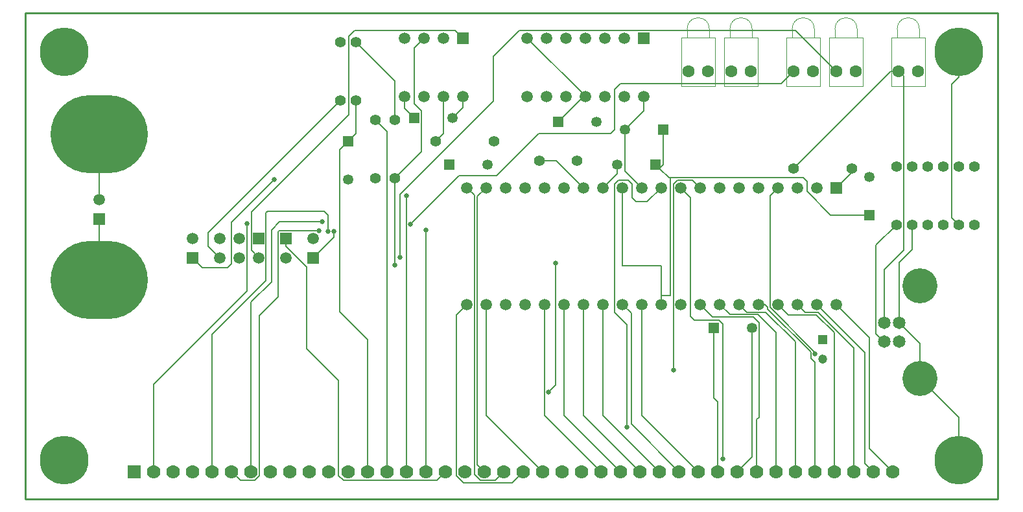
<source format=gbl>
%FSLAX23Y23*%
%MOIN*%
G70*
G01*
G75*
G04 Layer_Physical_Order=2*
%ADD10C,0.006*%
%ADD11C,0.010*%
%ADD12C,0.001*%
%ADD13C,0.001*%
%ADD14C,0.250*%
%ADD15C,0.055*%
%ADD16R,0.053X0.053*%
%ADD17C,0.053*%
%ADD18C,0.059*%
%ADD19R,0.059X0.059*%
%ADD20C,0.070*%
%ADD21C,0.059*%
%ADD22R,0.059X0.059*%
%ADD23C,0.065*%
%ADD24C,0.180*%
%ADD25C,0.047*%
%ADD26R,0.047X0.047*%
%ADD27O,0.500X0.400*%
%ADD28R,0.070X0.070*%
%ADD29C,0.063*%
%ADD30C,0.025*%
D10*
X4340Y260D02*
X4460Y140D01*
X4170Y1000D02*
X4340Y830D01*
X4318Y182D02*
X4360Y140D01*
X4070Y1000D02*
X4318Y752D01*
X4260Y140D02*
Y775D01*
X3970Y1000D02*
X4010Y960D01*
X4160Y140D02*
Y854D01*
X3870Y1000D02*
X3923Y947D01*
X4060Y140D02*
Y703D01*
X3770Y1000D02*
X3803D01*
X3960Y140D02*
Y808D01*
X3670Y1000D02*
X3710Y960D01*
X3860Y140D02*
Y856D01*
X3570Y1000D02*
X3622Y948D01*
X3760Y140D02*
Y408D01*
X3470Y1000D02*
X3534Y936D01*
X3170Y430D02*
Y1000D01*
Y430D02*
X3460Y140D01*
X3116Y384D02*
X3360Y140D01*
X3070Y1000D02*
X3116Y954D01*
X2970Y430D02*
X3260Y140D01*
X2970Y430D02*
Y1000D01*
X2870Y430D02*
Y1000D01*
Y430D02*
X3160Y140D01*
X2770Y430D02*
X3060Y140D01*
X2770Y430D02*
Y1000D01*
X2670Y430D02*
Y1000D01*
Y430D02*
X2960Y140D01*
X2370Y430D02*
Y1000D01*
Y430D02*
X2660Y140D01*
X2502Y82D02*
X2560Y140D01*
X2217Y947D02*
X2270Y1000D01*
X2415Y95D02*
X2460Y140D01*
X2270Y1600D02*
X2309Y1561D01*
X2324Y1554D02*
X2370Y1600D01*
X2324Y176D02*
X2360Y140D01*
X2115Y95D02*
X2160Y140D01*
X1340Y1300D02*
Y1340D01*
X2060Y140D02*
Y1383D01*
X1587Y1347D02*
Y1376D01*
X1480Y1240D02*
X1587Y1347D01*
X1960Y140D02*
Y1560D01*
X4800Y2169D02*
Y2300D01*
X4764Y1446D02*
X4800Y1410D01*
X3316Y1651D02*
X4000D01*
X3309D02*
X3316D01*
X3280Y1720D02*
Y1900D01*
X3260Y1700D02*
X3280Y1720D01*
X3240D02*
X3260Y1700D01*
X3309Y1651D01*
X4560Y1283D02*
Y1410D01*
X4141Y1460D02*
X4340D01*
X4493Y906D02*
Y1216D01*
X4600Y620D02*
Y800D01*
X4493Y906D02*
X4600Y800D01*
Y620D02*
X4800Y420D01*
Y200D02*
Y420D01*
X3316Y1046D02*
Y1651D01*
X3270Y1046D02*
X3316D01*
X3270D02*
Y1200D01*
Y1000D02*
Y1046D01*
X3540Y520D02*
Y880D01*
X3560Y140D02*
Y500D01*
X2580Y2370D02*
X2875Y2075D01*
X2880Y2070D01*
X1950Y2010D02*
X2000Y1960D01*
X1700Y2350D02*
X1900Y2150D01*
X1950Y2010D02*
Y2070D01*
X1900Y1950D02*
Y2150D01*
X2740Y1940D02*
X2875Y2075D01*
X3070Y1200D02*
Y1600D01*
X4490Y2200D02*
X4516Y2174D01*
X4450Y2200D02*
X4490D01*
X3950Y1700D02*
X4450Y2200D01*
X4415Y906D02*
Y1178D01*
X3737Y217D02*
Y880D01*
X3660Y140D02*
X3737Y217D01*
X3180Y1997D02*
Y2070D01*
X3083Y1900D02*
X3180Y1997D01*
X2250Y2013D02*
Y2070D01*
X2197Y1960D02*
X2250Y2013D01*
X3083Y1687D02*
Y1900D01*
Y1687D02*
X3170Y1600D01*
X3198Y1528D02*
X3270Y1600D01*
X3094Y370D02*
Y897D01*
X3370Y1600D02*
X3420Y1550D01*
X3585Y206D02*
Y900D01*
X3430Y1640D02*
X3470Y1600D01*
X3332Y662D02*
Y1620D01*
X1307Y1424D02*
X1525D01*
X1160Y140D02*
Y1011D01*
X1305Y1380D02*
X1509D01*
X1060Y140D02*
X1105Y95D01*
X1556Y1375D02*
Y1460D01*
X960Y140D02*
Y844D01*
X3829Y1559D02*
X3870Y1600D01*
X4061Y744D02*
Y753D01*
X2725Y584D02*
Y1211D01*
X2691Y550D02*
X2725Y584D01*
X1140Y1069D02*
Y1416D01*
X660Y140D02*
Y589D01*
X4250Y1680D02*
Y1700D01*
X4170Y1600D02*
X4250Y1680D01*
X2150Y1880D02*
Y2070D01*
X2110Y1840D02*
X2150Y1880D01*
X1800Y1950D02*
X1860Y1890D01*
Y140D02*
Y1890D01*
X380Y1125D02*
Y1440D01*
X940Y1370D02*
X1620Y2050D01*
X940Y1300D02*
X1000Y1240D01*
X2000Y2320D02*
X2050Y2370D01*
X1900Y1650D02*
X2035Y1785D01*
X1900Y1202D02*
Y1650D01*
X2210Y2410D02*
X2250Y2370D01*
X1162Y1278D02*
X1200Y1240D01*
X4374Y848D02*
X4415Y808D01*
X4374Y1304D02*
X4480Y1410D01*
X3885Y2135D02*
X3950Y2200D01*
X1981Y1413D02*
X2230Y1662D01*
X3961Y2409D02*
X4170Y2200D01*
X1928Y1241D02*
Y1567D01*
X1060Y1422D02*
X1281Y1643D01*
X860Y1240D02*
X910Y1190D01*
X1760Y140D02*
Y819D01*
X1700Y1880D02*
Y2050D01*
X1660Y1840D02*
X1700Y1880D01*
X1616Y1796D02*
X1660Y1840D01*
X380Y1540D02*
Y1875D01*
X2644Y1740D02*
X2730D01*
X2870Y1600D01*
X3043Y1673D02*
Y1720D01*
X2970Y1600D02*
X3043Y1673D01*
X4340Y260D02*
Y830D01*
X4075Y960D02*
X4260Y775D01*
X4010Y960D02*
X4075D01*
X2324Y176D02*
Y1554D01*
X4493Y1216D02*
X4560Y1283D01*
X4020Y1581D02*
X4141Y1460D01*
X4020Y1581D02*
Y1631D01*
X4000Y1651D02*
X4020Y1631D01*
X3070Y1200D02*
X3270D01*
X4415Y1178D02*
X4516Y1279D01*
Y2174D01*
X3565Y920D02*
X3585Y900D01*
X3440Y920D02*
X3565D01*
X3420Y940D02*
X3440Y920D01*
X3420Y940D02*
Y1550D01*
X3332Y1620D02*
X3352Y1640D01*
X3430D01*
X1105Y95D02*
X1180D01*
X1203Y118D01*
Y941D01*
X1300Y1038D01*
Y1375D01*
X1305Y1380D01*
X960Y844D02*
X1238Y1122D01*
Y1471D01*
X1247Y1480D01*
X1536D01*
X1556Y1460D01*
X3829Y985D02*
X4061Y753D01*
X3829Y985D02*
Y1559D01*
X4374Y848D02*
Y1304D01*
X3060Y2135D02*
X3885D01*
X3030Y2105D02*
X3060Y2135D01*
X3030Y1900D02*
Y2105D01*
X3010Y1880D02*
X3030Y1900D01*
X2641Y1880D02*
X3010D01*
X2423Y1662D02*
X2641Y1880D01*
X2230Y1662D02*
X2423D01*
X1928Y1567D02*
X2407Y2046D01*
Y2276D01*
X2540Y2409D01*
X3961D01*
X1060Y1210D02*
Y1422D01*
X1040Y1190D02*
X1060Y1210D01*
X910Y1190D02*
X1040D01*
X1616Y963D02*
X1760Y819D01*
X1616Y963D02*
Y1796D01*
X1162Y1278D02*
Y1474D01*
X1664Y1976D01*
Y2380D01*
X1694Y2410D01*
X2210D01*
X1266Y1383D02*
X1307Y1424D01*
X1266Y1117D02*
Y1383D01*
X1160Y1011D02*
X1266Y1117D01*
X2309Y126D02*
Y1561D01*
Y126D02*
X2340Y95D01*
X2415D01*
X940Y1300D02*
Y1370D01*
X660Y589D02*
X1140Y1069D01*
X3808Y960D02*
X3960Y808D01*
X3710Y960D02*
X3808D01*
X4067Y947D02*
X4160Y854D01*
X3923Y947D02*
X4067D01*
X4040Y723D02*
X4060Y703D01*
X4040Y723D02*
Y755D01*
X3818Y977D02*
X4040Y755D01*
X3818Y977D02*
Y985D01*
X3803Y1000D02*
X3818Y985D01*
X3116Y384D02*
Y954D01*
X3140Y1528D02*
X3198D01*
X3120Y1548D02*
X3140Y1528D01*
X3120Y1548D02*
Y1620D01*
X3100Y1640D02*
X3120Y1620D01*
X3051Y1640D02*
X3100D01*
X3031Y1620D02*
X3051Y1640D01*
X3031Y960D02*
Y1620D01*
Y960D02*
X3094Y897D01*
X1340Y1300D02*
X1447Y1193D01*
Y773D02*
Y1193D01*
Y773D02*
X1610Y610D01*
Y120D02*
Y610D01*
Y120D02*
X1635Y95D01*
X2115D01*
X2253Y82D02*
X2502D01*
X2217Y118D02*
X2253Y82D01*
X2217Y118D02*
Y947D01*
X4318Y182D02*
Y752D01*
X3768Y948D02*
X3860Y856D01*
X3622Y948D02*
X3768D01*
X3534Y936D02*
X3743D01*
X3772Y907D01*
Y420D02*
Y907D01*
X3760Y408D02*
X3772Y420D01*
X2000Y2032D02*
Y2320D01*
Y2032D02*
X2035Y1997D01*
Y1785D02*
Y1997D01*
X4764Y2133D02*
X4800Y2169D01*
X4764Y1446D02*
Y2133D01*
X3540Y520D02*
X3560Y500D01*
D11*
X0Y2500D02*
X5000D01*
Y0D02*
Y2500D01*
X0Y0D02*
X5000D01*
X0D02*
Y2500D01*
D12*
X4277Y2417D02*
G03*
X4163Y2417I-57J0D01*
G01*
X4057D02*
G03*
X3943Y2417I-57J0D01*
G01*
X4597D02*
G03*
X4483Y2417I-57J0D01*
G01*
X3517D02*
G03*
X3403Y2417I-57J0D01*
G01*
X3737D02*
G03*
X3623Y2417I-57J0D01*
G01*
D13*
X4133Y2121D02*
X4307D01*
Y2373D01*
X4133D02*
X4307D01*
X4133Y2121D02*
Y2373D01*
X4163D02*
Y2417D01*
X4277Y2373D02*
Y2417D01*
X3913Y2121D02*
X4087D01*
Y2373D01*
X3913D02*
X4087D01*
X3913Y2121D02*
Y2373D01*
X3943D02*
Y2417D01*
X4057Y2373D02*
Y2417D01*
X4453Y2121D02*
X4627D01*
Y2373D01*
X4453D02*
X4627D01*
X4453Y2121D02*
Y2373D01*
X4483D02*
Y2417D01*
X4597Y2373D02*
Y2417D01*
X3373Y2121D02*
X3547D01*
Y2373D01*
X3373D02*
X3547D01*
X3373Y2121D02*
Y2373D01*
X3403D02*
Y2417D01*
X3517Y2373D02*
Y2417D01*
X3593Y2121D02*
X3767D01*
Y2373D01*
X3593D02*
X3767D01*
X3593Y2121D02*
Y2373D01*
X3623D02*
Y2417D01*
X3737Y2373D02*
Y2417D01*
D14*
X200Y200D02*
D03*
Y2300D02*
D03*
X4800Y200D02*
D03*
Y2300D02*
D03*
D15*
X2410Y1840D02*
D03*
X2110D02*
D03*
X1620Y2350D02*
D03*
Y2050D02*
D03*
X1700D02*
D03*
Y2350D02*
D03*
X2836Y1740D02*
D03*
X2644D02*
D03*
X4480Y1710D02*
D03*
X4800D02*
D03*
X4720D02*
D03*
X4880D02*
D03*
X4560D02*
D03*
X4640D02*
D03*
X4480Y1410D02*
D03*
X1900Y1650D02*
D03*
X1800Y1950D02*
D03*
Y1650D02*
D03*
X4250Y1700D02*
D03*
X3950D02*
D03*
X4800Y1410D02*
D03*
X4720D02*
D03*
X1900Y1950D02*
D03*
X4880Y1410D02*
D03*
X4560D02*
D03*
X4640D02*
D03*
D16*
X3280Y1900D02*
D03*
X3540Y880D02*
D03*
X1660Y1840D02*
D03*
X3240Y1720D02*
D03*
X2180D02*
D03*
X4340Y1460D02*
D03*
X2740Y1940D02*
D03*
X2000Y1960D02*
D03*
D17*
X3083Y1900D02*
D03*
X3737Y880D02*
D03*
X3043Y1720D02*
D03*
X2377D02*
D03*
X4340Y1657D02*
D03*
X1660Y1643D02*
D03*
X2937Y1940D02*
D03*
X2197Y1960D02*
D03*
D18*
X2980Y2070D02*
D03*
X2880D02*
D03*
X2580Y2370D02*
D03*
X3180Y2070D02*
D03*
X2580D02*
D03*
X2880Y2370D02*
D03*
X2680Y2070D02*
D03*
Y2370D02*
D03*
X2780D02*
D03*
X3080D02*
D03*
X2980D02*
D03*
X2780Y2070D02*
D03*
X3080D02*
D03*
X2970Y1600D02*
D03*
X2870D02*
D03*
X2470D02*
D03*
Y1000D02*
D03*
X2570D02*
D03*
X4070Y1600D02*
D03*
X3970D02*
D03*
X3870D02*
D03*
X3770D02*
D03*
X3670D02*
D03*
X3570D02*
D03*
X3470D02*
D03*
X3370D02*
D03*
X3270D02*
D03*
X3170D02*
D03*
X3370Y1000D02*
D03*
X3070Y1600D02*
D03*
X3270Y1000D02*
D03*
X2770Y1600D02*
D03*
X2670D02*
D03*
X2570D02*
D03*
X2370D02*
D03*
X2270D02*
D03*
Y1000D02*
D03*
X2370D02*
D03*
X2670D02*
D03*
X2770D02*
D03*
X2870D02*
D03*
X2970D02*
D03*
X3070D02*
D03*
X3170D02*
D03*
X3470D02*
D03*
X3570D02*
D03*
X3670D02*
D03*
X3770D02*
D03*
X3870D02*
D03*
X3970D02*
D03*
X4070D02*
D03*
X4170D02*
D03*
X2150Y2370D02*
D03*
X2050D02*
D03*
X1950D02*
D03*
X2250Y2070D02*
D03*
X2150D02*
D03*
X2050D02*
D03*
X1950D02*
D03*
D19*
X3180Y2370D02*
D03*
X4170Y1600D02*
D03*
X2250Y2370D02*
D03*
D20*
X1860Y140D02*
D03*
X1760D02*
D03*
X4460D02*
D03*
X4360D02*
D03*
X4260D02*
D03*
X4160D02*
D03*
X4060D02*
D03*
X3960D02*
D03*
X3860D02*
D03*
X3760D02*
D03*
X3660D02*
D03*
X3560D02*
D03*
X3460D02*
D03*
X3360D02*
D03*
X3260D02*
D03*
X3160D02*
D03*
X3060D02*
D03*
X2960D02*
D03*
X2860D02*
D03*
X2760D02*
D03*
X2660D02*
D03*
X2560D02*
D03*
X2460D02*
D03*
X2360D02*
D03*
X2260D02*
D03*
X2160D02*
D03*
X2060D02*
D03*
X1960D02*
D03*
X1660D02*
D03*
X1560D02*
D03*
X1460D02*
D03*
X1360D02*
D03*
X1260D02*
D03*
X1160D02*
D03*
X1060D02*
D03*
X960D02*
D03*
X860D02*
D03*
X760D02*
D03*
X660D02*
D03*
D21*
X1000Y1240D02*
D03*
Y1340D02*
D03*
X1100Y1240D02*
D03*
Y1340D02*
D03*
X1200Y1240D02*
D03*
X860Y1340D02*
D03*
X1340Y1240D02*
D03*
X1480Y1340D02*
D03*
X380Y1540D02*
D03*
D22*
X1200Y1340D02*
D03*
X860Y1240D02*
D03*
X1340Y1340D02*
D03*
X1480Y1240D02*
D03*
X380Y1440D02*
D03*
D23*
X4493Y906D02*
D03*
X4415Y906D02*
D03*
Y808D02*
D03*
X4493D02*
D03*
D24*
X4600Y1094D02*
D03*
Y620D02*
D03*
D25*
X4100Y720D02*
D03*
D26*
Y820D02*
D03*
D27*
X380Y1125D02*
D03*
Y1875D02*
D03*
D28*
X560Y140D02*
D03*
D29*
X4170Y2200D02*
D03*
X4270D02*
D03*
X3950D02*
D03*
X4050D02*
D03*
X4590D02*
D03*
X3410D02*
D03*
X3510D02*
D03*
X3630D02*
D03*
X3730D02*
D03*
X4490D02*
D03*
D30*
X1587Y1376D02*
D03*
X3585Y206D02*
D03*
X3332Y662D02*
D03*
X1509Y1380D02*
D03*
X1556Y1375D02*
D03*
X4061Y744D02*
D03*
X2725Y1211D02*
D03*
X2691Y550D02*
D03*
X1981Y1413D02*
D03*
X1928Y1241D02*
D03*
X1281Y1643D02*
D03*
X1900Y1202D02*
D03*
X1525Y1424D02*
D03*
X1960Y1560D02*
D03*
X1140Y1416D02*
D03*
X2060Y1383D02*
D03*
X3094Y370D02*
D03*
M02*

</source>
